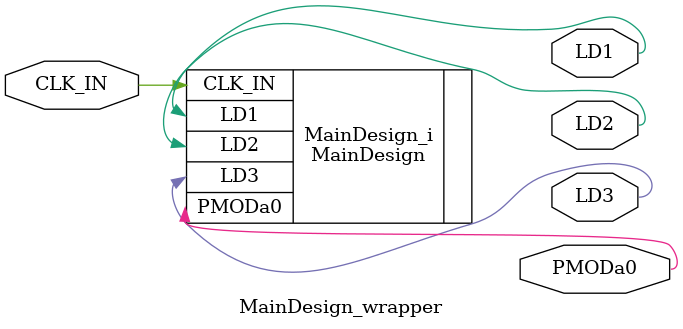
<source format=v>
`timescale 1 ps / 1 ps

module MainDesign_wrapper
   (CLK_IN,
    LD1,
    LD2,
    LD3,
    PMODa0);
  input CLK_IN;
  output LD1;
  output LD2;
  output LD3;
  output PMODa0;

  wire CLK_IN;
  wire LD1;
  wire LD2;
  wire LD3;
  wire PMODa0;

  MainDesign MainDesign_i
       (.CLK_IN(CLK_IN),
        .LD1(LD1),
        .LD2(LD2),
        .LD3(LD3),
        .PMODa0(PMODa0));
endmodule

</source>
